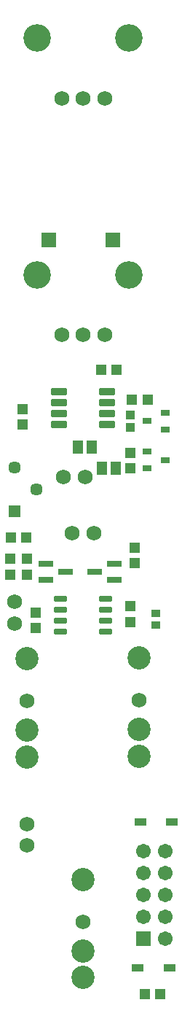
<source format=gts>
G04 Layer_Color=8388736*
%FSLAX25Y25*%
%MOIN*%
G70*
G01*
G75*
%ADD48R,0.06509X0.03162*%
%ADD49R,0.04147X0.03162*%
%ADD50R,0.05524X0.03556*%
G04:AMPARAMS|DCode=51|XSize=33.59mil|YSize=72.96mil|CornerRadius=5.92mil|HoleSize=0mil|Usage=FLASHONLY|Rotation=270.000|XOffset=0mil|YOffset=0mil|HoleType=Round|Shape=RoundedRectangle|*
%AMROUNDEDRECTD51*
21,1,0.03359,0.06112,0,0,270.0*
21,1,0.02175,0.07296,0,0,270.0*
1,1,0.01184,-0.03056,-0.01088*
1,1,0.01184,-0.03056,0.01088*
1,1,0.01184,0.03056,0.01088*
1,1,0.01184,0.03056,-0.01088*
%
%ADD51ROUNDEDRECTD51*%
G04:AMPARAMS|DCode=52|XSize=29.65mil|YSize=57.21mil|CornerRadius=5.95mil|HoleSize=0mil|Usage=FLASHONLY|Rotation=90.000|XOffset=0mil|YOffset=0mil|HoleType=Round|Shape=RoundedRectangle|*
%AMROUNDEDRECTD52*
21,1,0.02965,0.04532,0,0,90.0*
21,1,0.01776,0.05721,0,0,90.0*
1,1,0.01190,0.02266,0.00888*
1,1,0.01190,0.02266,-0.00888*
1,1,0.01190,-0.02266,-0.00888*
1,1,0.01190,-0.02266,0.00888*
%
%ADD52ROUNDEDRECTD52*%
%ADD53R,0.04540X0.06115*%
%ADD54R,0.05131X0.05131*%
%ADD55R,0.04343X0.03556*%
%ADD56R,0.04343X0.03950*%
%ADD57R,0.05131X0.05131*%
%ADD58C,0.06800*%
%ADD59C,0.10642*%
%ADD60C,0.12611*%
%ADD61R,0.06706X0.06706*%
%ADD62R,0.06706X0.06706*%
%ADD63C,0.06706*%
%ADD64C,0.05721*%
%ADD65R,0.05721X0.05721*%
D48*
X-17126Y204527D02*
D03*
Y197047D02*
D03*
X-7874Y200787D02*
D03*
X14469Y197047D02*
D03*
Y204527D02*
D03*
X5216Y200787D02*
D03*
D49*
X37697Y251969D02*
D03*
X29232Y248228D02*
D03*
Y255709D02*
D03*
X37697Y265945D02*
D03*
Y273425D02*
D03*
X29232Y269685D02*
D03*
D50*
X39567Y19685D02*
D03*
X25000D02*
D03*
X40748Y86614D02*
D03*
X26181D02*
D03*
D51*
X11122Y268091D02*
D03*
Y273091D02*
D03*
Y278091D02*
D03*
Y283090D02*
D03*
X-11122Y268091D02*
D03*
Y273091D02*
D03*
Y278091D02*
D03*
Y283090D02*
D03*
D52*
X-10335Y188602D02*
D03*
Y183602D02*
D03*
Y178602D02*
D03*
Y173602D02*
D03*
X10335Y188602D02*
D03*
Y183602D02*
D03*
Y178602D02*
D03*
Y173602D02*
D03*
D53*
X3937Y257874D02*
D03*
X-2362D02*
D03*
X14961Y248031D02*
D03*
X8661D02*
D03*
D54*
X-27559Y275197D02*
D03*
Y268110D02*
D03*
X21654Y248031D02*
D03*
Y255118D02*
D03*
X23622Y204725D02*
D03*
Y211811D02*
D03*
X-25591Y199606D02*
D03*
Y206693D02*
D03*
X-33465D02*
D03*
Y199606D02*
D03*
X-21654Y182283D02*
D03*
Y175197D02*
D03*
X21654Y177953D02*
D03*
Y185039D02*
D03*
D55*
X33465Y176378D02*
D03*
Y181890D02*
D03*
D56*
X21654Y272441D02*
D03*
Y266929D02*
D03*
D57*
X-33071Y216535D02*
D03*
X-25984D02*
D03*
X29528Y279527D02*
D03*
X22441D02*
D03*
X35433Y7874D02*
D03*
X28346D02*
D03*
X15354Y293307D02*
D03*
X8268D02*
D03*
D58*
X-8858Y244094D02*
D03*
X984D02*
D03*
X-25591Y141732D02*
D03*
X9842Y417323D02*
D03*
X-9843D02*
D03*
X0D02*
D03*
X-5000Y218504D02*
D03*
X5000D02*
D03*
X-31496Y177165D02*
D03*
Y187008D02*
D03*
X9842Y309055D02*
D03*
X-9843D02*
D03*
X0D02*
D03*
X25591Y142047D02*
D03*
X0Y40866D02*
D03*
X-25591Y75787D02*
D03*
Y85630D02*
D03*
D59*
Y116220D02*
D03*
Y128425D02*
D03*
Y161102D02*
D03*
X25591Y116535D02*
D03*
Y128740D02*
D03*
Y161417D02*
D03*
X0Y15354D02*
D03*
Y27559D02*
D03*
Y60236D02*
D03*
D60*
X-20866Y444882D02*
D03*
X20866D02*
D03*
X-20866Y336614D02*
D03*
X20866D02*
D03*
D61*
X13779Y352362D02*
D03*
X-15748D02*
D03*
D62*
X27559Y33150D02*
D03*
D63*
X37559D02*
D03*
X27559Y43150D02*
D03*
X37559D02*
D03*
X27559Y53150D02*
D03*
X37559D02*
D03*
X27559Y63150D02*
D03*
X37559D02*
D03*
X27559Y73150D02*
D03*
X37559D02*
D03*
D64*
X-31496Y248346D02*
D03*
X-21496Y238347D02*
D03*
D65*
X-31496Y228346D02*
D03*
M02*

</source>
